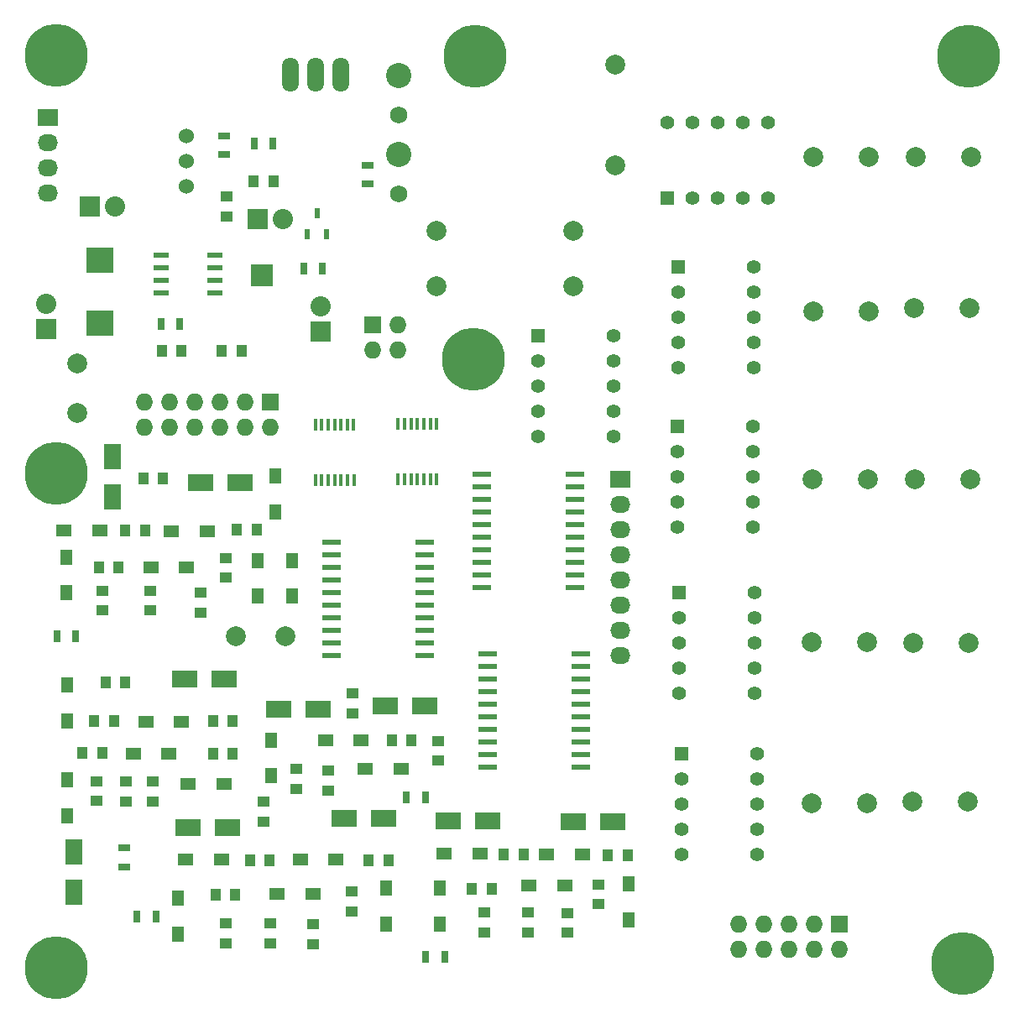
<source format=gts>
%FSLAX46Y46*%
G04 Gerber Fmt 4.6, Leading zero omitted, Abs format (unit mm)*
G04 Created by KiCad (PCBNEW (2014-10-27 BZR 5228)-product) date 10/01/2015 12:02:04*
%MOMM*%
G01*
G04 APERTURE LIST*
%ADD10C,0.100000*%
%ADD11R,1.800860X2.499360*%
%ADD12R,2.499360X1.800860*%
%ADD13C,1.998980*%
%ADD14R,2.032000X2.032000*%
%ADD15O,2.032000X2.032000*%
%ADD16R,1.727200X1.727200*%
%ADD17O,1.727200X1.727200*%
%ADD18R,2.235200X2.235200*%
%ADD19R,2.032000X1.727200*%
%ADD20O,2.032000X1.727200*%
%ADD21R,0.599440X1.000760*%
%ADD22O,1.699260X3.500120*%
%ADD23R,0.299720X1.300480*%
%ADD24R,1.950000X0.600000*%
%ADD25C,1.524000*%
%ADD26R,1.550000X0.600000*%
%ADD27C,2.540000*%
%ADD28C,1.727200*%
%ADD29R,1.397000X1.397000*%
%ADD30C,1.397000*%
%ADD31R,1.250000X1.000000*%
%ADD32R,1.000000X1.250000*%
%ADD33R,1.198880X1.600200*%
%ADD34R,1.600200X1.198880*%
%ADD35R,0.700000X1.300000*%
%ADD36R,1.300000X0.700000*%
%ADD37R,2.700020X2.550160*%
%ADD38C,6.350000*%
G04 APERTURE END LIST*
D10*
D11*
X109651800Y-94470220D03*
X109651800Y-98468180D03*
D12*
X147528280Y-131191000D03*
X143530320Y-131191000D03*
X121302780Y-131838700D03*
X117304820Y-131838700D03*
D11*
X105765600Y-138346180D03*
X105765600Y-134348220D03*
D12*
X130472180Y-119900700D03*
X126474220Y-119900700D03*
X137193020Y-119621300D03*
X141190980Y-119621300D03*
X118600220Y-97040700D03*
X122598180Y-97040700D03*
X156141420Y-131229100D03*
X160139380Y-131229100D03*
X133040120Y-130962400D03*
X137038080Y-130962400D03*
X116974620Y-116903500D03*
X120972580Y-116903500D03*
D13*
X160375600Y-54917340D03*
X160375600Y-65077340D03*
X142392400Y-77228700D03*
X142392400Y-71640700D03*
X156197300Y-77292200D03*
X156197300Y-71704200D03*
X185992000Y-64196000D03*
X180404000Y-64196000D03*
X185938000Y-79765300D03*
X180350000Y-79765300D03*
X185896700Y-96755500D03*
X180308700Y-96755500D03*
X185784000Y-129363000D03*
X180196000Y-129363000D03*
X185830000Y-113152000D03*
X180242000Y-113152000D03*
X196292000Y-64196000D03*
X190704000Y-64196000D03*
X196138000Y-79465300D03*
X190550000Y-79465300D03*
X196196700Y-96755500D03*
X190608700Y-96755500D03*
X195984000Y-129263000D03*
X190396000Y-129263000D03*
X196030000Y-113252000D03*
X190442000Y-113252000D03*
D14*
X130644900Y-81788000D03*
D15*
X130644900Y-79248000D03*
D14*
X124307600Y-70446900D03*
D15*
X126847600Y-70446900D03*
D16*
X125564900Y-88950800D03*
D17*
X125564900Y-91490800D03*
X123024900Y-88950800D03*
X123024900Y-91490800D03*
X120484900Y-88950800D03*
X120484900Y-91490800D03*
X117944900Y-88950800D03*
X117944900Y-91490800D03*
X115404900Y-88950800D03*
X115404900Y-91490800D03*
X112864900Y-88950800D03*
X112864900Y-91490800D03*
D14*
X107391200Y-69227700D03*
D15*
X109931200Y-69227700D03*
D14*
X103035100Y-81546700D03*
D15*
X103035100Y-79006700D03*
D18*
X124777500Y-76161900D03*
D19*
X103136700Y-60198000D03*
D20*
X103136700Y-62738000D03*
X103136700Y-65278000D03*
X103136700Y-67818000D03*
D21*
X129362200Y-72024240D03*
X130314700Y-69910960D03*
X131267200Y-72024240D03*
D22*
X130200000Y-55900000D03*
X132740000Y-55900000D03*
X127660000Y-55900000D03*
D13*
X122138440Y-112547400D03*
X127139700Y-112547400D03*
X106172000Y-90002360D03*
X106172000Y-85001100D03*
D16*
X135902700Y-81140300D03*
D17*
X135902700Y-83680300D03*
X138442700Y-81140300D03*
X138442700Y-83680300D03*
D23*
X134023100Y-91211400D03*
X133388100Y-91211400D03*
X132727700Y-91211400D03*
X132092700Y-91211400D03*
X131432300Y-91211400D03*
X130784600Y-91211400D03*
X130136900Y-91211400D03*
X130136900Y-96799400D03*
X130784600Y-96799400D03*
X131432300Y-96799400D03*
X132092700Y-96799400D03*
X132740400Y-96799400D03*
X133388100Y-96799400D03*
X134035800Y-96799400D03*
X142392400Y-91160600D03*
X141757400Y-91160600D03*
X141097000Y-91160600D03*
X140462000Y-91160600D03*
X139801600Y-91160600D03*
X139153900Y-91160600D03*
X138506200Y-91160600D03*
X138506200Y-96748600D03*
X139153900Y-96748600D03*
X139801600Y-96748600D03*
X140462000Y-96748600D03*
X141109700Y-96748600D03*
X141757400Y-96748600D03*
X142405100Y-96748600D03*
D24*
X147496800Y-114300000D03*
X147496800Y-115570000D03*
X147496800Y-116840000D03*
X147496800Y-118110000D03*
X147496800Y-119380000D03*
X147496800Y-120650000D03*
X147496800Y-121920000D03*
X147496800Y-123190000D03*
X147496800Y-124460000D03*
X147496800Y-125730000D03*
X156896800Y-125730000D03*
X156896800Y-124460000D03*
X156896800Y-123190000D03*
X156896800Y-121920000D03*
X156896800Y-120650000D03*
X156896800Y-119380000D03*
X156896800Y-118110000D03*
X156896800Y-116840000D03*
X156896800Y-115570000D03*
X156896800Y-114300000D03*
X146963400Y-96215200D03*
X146963400Y-97485200D03*
X146963400Y-98755200D03*
X146963400Y-100025200D03*
X146963400Y-101295200D03*
X146963400Y-102565200D03*
X146963400Y-103835200D03*
X146963400Y-105105200D03*
X146963400Y-106375200D03*
X146963400Y-107645200D03*
X156363400Y-107645200D03*
X156363400Y-106375200D03*
X156363400Y-105105200D03*
X156363400Y-103835200D03*
X156363400Y-102565200D03*
X156363400Y-101295200D03*
X156363400Y-100025200D03*
X156363400Y-98755200D03*
X156363400Y-97485200D03*
X156363400Y-96215200D03*
X131761500Y-103085900D03*
X131761500Y-104355900D03*
X131761500Y-105625900D03*
X131761500Y-106895900D03*
X131761500Y-108165900D03*
X131761500Y-109435900D03*
X131761500Y-110705900D03*
X131761500Y-111975900D03*
X131761500Y-113245900D03*
X131761500Y-114515900D03*
X141161500Y-114515900D03*
X141161500Y-113245900D03*
X141161500Y-111975900D03*
X141161500Y-110705900D03*
X141161500Y-109435900D03*
X141161500Y-108165900D03*
X141161500Y-106895900D03*
X141161500Y-105625900D03*
X141161500Y-104355900D03*
X141161500Y-103085900D03*
D25*
X117170200Y-64668400D03*
X117170200Y-62128400D03*
X117170200Y-67208400D03*
D16*
X182968900Y-141566900D03*
D17*
X182968900Y-144106900D03*
X180428900Y-141566900D03*
X180428900Y-144106900D03*
X177888900Y-141566900D03*
X177888900Y-144106900D03*
X175348900Y-141566900D03*
X175348900Y-144106900D03*
X172808900Y-141566900D03*
X172808900Y-144106900D03*
D19*
X160909000Y-96723200D03*
D20*
X160909000Y-99263200D03*
X160909000Y-101803200D03*
X160909000Y-104343200D03*
X160909000Y-106883200D03*
X160909000Y-109423200D03*
X160909000Y-111963200D03*
X160909000Y-114503200D03*
D26*
X114635300Y-74091800D03*
X114635300Y-75361800D03*
X114635300Y-76631800D03*
X114635300Y-77901800D03*
X120035300Y-77901800D03*
X120035300Y-76631800D03*
X120035300Y-75361800D03*
X120035300Y-74091800D03*
D27*
X138582400Y-55976000D03*
D28*
X138582400Y-59976000D03*
D27*
X138582400Y-63976000D03*
D28*
X138582400Y-67976000D03*
D29*
X152603200Y-82207100D03*
D30*
X152603200Y-84747100D03*
X152603200Y-87287100D03*
X152603200Y-89827100D03*
X152603200Y-92367100D03*
X160223200Y-92367100D03*
X160223200Y-89827100D03*
X160223200Y-87287100D03*
X160223200Y-84747100D03*
X160223200Y-82207100D03*
D29*
X165646100Y-68389500D03*
D30*
X168186100Y-68389500D03*
X170726100Y-68389500D03*
X173266100Y-68389500D03*
X175806100Y-68389500D03*
X175806100Y-60769500D03*
X173266100Y-60769500D03*
X170726100Y-60769500D03*
X168186100Y-60769500D03*
X165646100Y-60769500D03*
D29*
X166725600Y-75272900D03*
D30*
X166725600Y-77812900D03*
X166725600Y-80352900D03*
X166725600Y-82892900D03*
X166725600Y-85432900D03*
X174345600Y-85432900D03*
X174345600Y-82892900D03*
X174345600Y-80352900D03*
X174345600Y-77812900D03*
X174345600Y-75272900D03*
D29*
X166674800Y-91427300D03*
D30*
X166674800Y-93967300D03*
X166674800Y-96507300D03*
X166674800Y-99047300D03*
X166674800Y-101587300D03*
X174294800Y-101587300D03*
X174294800Y-99047300D03*
X174294800Y-96507300D03*
X174294800Y-93967300D03*
X174294800Y-91427300D03*
D29*
X166878000Y-108178600D03*
D30*
X166878000Y-110718600D03*
X166878000Y-113258600D03*
X166878000Y-115798600D03*
X166878000Y-118338600D03*
X174498000Y-118338600D03*
X174498000Y-115798600D03*
X174498000Y-113258600D03*
X174498000Y-110718600D03*
X174498000Y-108178600D03*
D29*
X167055800Y-124447300D03*
D30*
X167055800Y-126987300D03*
X167055800Y-129527300D03*
X167055800Y-132067300D03*
X167055800Y-134607300D03*
X174675800Y-134607300D03*
X174675800Y-132067300D03*
X174675800Y-129527300D03*
X174675800Y-126987300D03*
X174675800Y-124447300D03*
D31*
X121196100Y-68227700D03*
X121196100Y-70227700D03*
D32*
X114671600Y-83769200D03*
X116671600Y-83769200D03*
X125904500Y-66675000D03*
X123904500Y-66675000D03*
X120704100Y-83769200D03*
X122704100Y-83769200D03*
D31*
X118567200Y-108143800D03*
X118567200Y-110143800D03*
X155587700Y-140478000D03*
X155587700Y-142478000D03*
X129882900Y-141621000D03*
X129882900Y-143621000D03*
X113728500Y-127206500D03*
X113728500Y-129206500D03*
X131470400Y-126114300D03*
X131470400Y-128114300D03*
D32*
X108308900Y-105575100D03*
X110308900Y-105575100D03*
X145939000Y-138049000D03*
X147939000Y-138049000D03*
X120081800Y-138658600D03*
X122081800Y-138658600D03*
X106670600Y-124320300D03*
X108670600Y-124320300D03*
D31*
X133870700Y-120341900D03*
X133870700Y-118341900D03*
D32*
X112988600Y-101904800D03*
X110988600Y-101904800D03*
X151177500Y-134581900D03*
X149177500Y-134581900D03*
X125548900Y-135128000D03*
X123548900Y-135128000D03*
X109851700Y-121081800D03*
X107851700Y-121081800D03*
X139861800Y-123037600D03*
X137861800Y-123037600D03*
D31*
X128231900Y-125923800D03*
X128231900Y-127923800D03*
X113538000Y-107966000D03*
X113538000Y-109966000D03*
X151587200Y-140401800D03*
X151587200Y-142401800D03*
X125628400Y-141519400D03*
X125628400Y-143519400D03*
X111061500Y-127206500D03*
X111061500Y-129206500D03*
X142519400Y-123104400D03*
X142519400Y-125104400D03*
D32*
X124228100Y-101790500D03*
X122228100Y-101790500D03*
X161655000Y-134620000D03*
X159655000Y-134620000D03*
X137550400Y-135128000D03*
X135550400Y-135128000D03*
X121815100Y-121145300D03*
X119815100Y-121145300D03*
D31*
X108686600Y-107953300D03*
X108686600Y-109953300D03*
X147205700Y-140439900D03*
X147205700Y-142439900D03*
X121119900Y-141544800D03*
X121119900Y-143544800D03*
X108051600Y-127168400D03*
X108051600Y-129168400D03*
X121081800Y-104664000D03*
X121081800Y-106664000D03*
X158711900Y-137582400D03*
X158711900Y-139582400D03*
X133819900Y-138293600D03*
X133819900Y-140293600D03*
X124968000Y-129225800D03*
X124968000Y-131225800D03*
D32*
X112792000Y-96647000D03*
X114792000Y-96647000D03*
X110982000Y-117195600D03*
X108982000Y-117195600D03*
X121815100Y-124447300D03*
X119815100Y-124447300D03*
D33*
X127800100Y-108531660D03*
X127800100Y-104929940D03*
X105041700Y-104574340D03*
X105041700Y-108176060D03*
X142671800Y-137962640D03*
X142671800Y-141564360D03*
X116319300Y-138991340D03*
X116319300Y-142593060D03*
X105117900Y-127053340D03*
X105117900Y-130655060D03*
X125717300Y-123027440D03*
X125717300Y-126629160D03*
D34*
X104777540Y-101866700D03*
X108379260Y-101866700D03*
X143156940Y-134505700D03*
X146758660Y-134505700D03*
X117058440Y-135039100D03*
X120660160Y-135039100D03*
D33*
X105079800Y-117490240D03*
X105079800Y-121091960D03*
D34*
X131155440Y-123075700D03*
X134757160Y-123075700D03*
X117154960Y-105575100D03*
X113553240Y-105575100D03*
X155293060Y-137744200D03*
X151691340Y-137744200D03*
X129893060Y-138544300D03*
X126291340Y-138544300D03*
X115376960Y-124396500D03*
X111775240Y-124396500D03*
X138795760Y-125971300D03*
X135194040Y-125971300D03*
X115636040Y-101981000D03*
X119237760Y-101981000D03*
X153482040Y-134543800D03*
X157083760Y-134543800D03*
X128628140Y-135102600D03*
X132229860Y-135102600D03*
X113032540Y-121196100D03*
X116634260Y-121196100D03*
D33*
X124333000Y-104929940D03*
X124333000Y-108531660D03*
X161747200Y-137568940D03*
X161747200Y-141170660D03*
X137312400Y-137988040D03*
X137312400Y-141589760D03*
D34*
X120926860Y-127482600D03*
X117325140Y-127482600D03*
D33*
X126123700Y-96382840D03*
X126123700Y-99984560D03*
D35*
X130871000Y-75488800D03*
X128971000Y-75488800D03*
X125854500Y-62852300D03*
X123954500Y-62852300D03*
D36*
X120967500Y-62067400D03*
X120967500Y-63967400D03*
D35*
X116456500Y-81076800D03*
X114556500Y-81076800D03*
D36*
X135400000Y-65050000D03*
X135400000Y-66950000D03*
D35*
X139334200Y-128854200D03*
X141234200Y-128854200D03*
D36*
X110871000Y-133924000D03*
X110871000Y-135824000D03*
D35*
X114056200Y-140868400D03*
X112156200Y-140868400D03*
X143202700Y-144907000D03*
X141302700Y-144907000D03*
X105991700Y-112547400D03*
X104091700Y-112547400D03*
D37*
X108407200Y-81013300D03*
X108407200Y-74663300D03*
D38*
X196024500Y-54089300D03*
X195453000Y-145542000D03*
X104000300Y-54000400D03*
X104051100Y-146037300D03*
X146240500Y-54051200D03*
X103977440Y-96128840D03*
X146062700Y-84632800D03*
M02*

</source>
